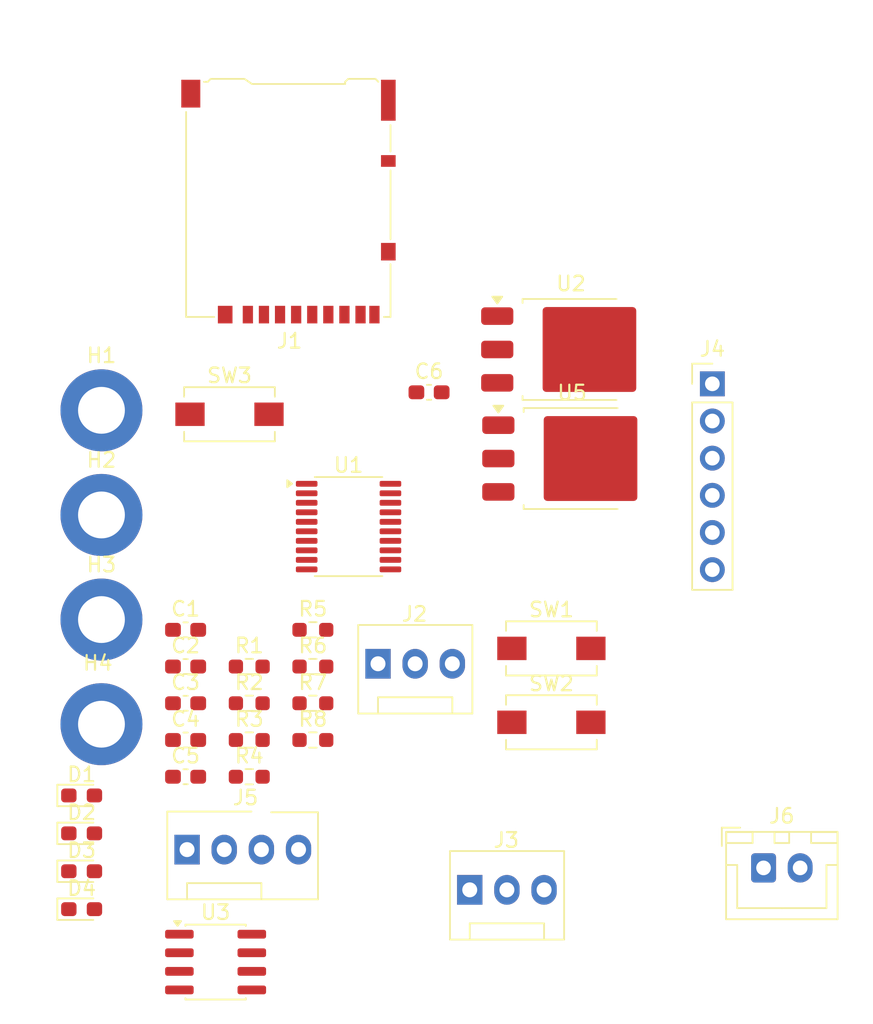
<source format=kicad_pcb>
(kicad_pcb (version 20241229) (generator "pcbnew") (generator_version "9.0")
  (layers (0 "F.Cu" signal) (2 "B.Cu" signal) (13 "F.Paste" user) (15 "B.Paste" user) (5 "F.SilkS" user "F.Silkscreen") (7 "B.SilkS" user "B.Silkscreen") (1 "F.Mask" user) (3 "B.Mask" user) (25 "Edge.Cuts" user))
  (net 0 "")
  (net 1 "GND")
  (net 2 "+3.3V")
  (net 3 "Alimentation")
  (net 4 "NRST")
  (net 5 "5V")
  (net 6 "Net-(D1-K)")
  (net 7 "LED_Status_1")
  (net 8 "Net-(D2-K)")
  (net 9 "LED_Status_2")
  (net 10 "Net-(D3-K)")
  (net 11 "Net-(D4-K)")
  (net 15 "SD_SPI1_MOSI")
  (net 16 "SD_CS")
  (net 17 "SD_SPI1_MISO")
  (net 18 "SD_SPI1_SCK")
  (net 19 "CAN_L")
  (net 20 "CAN_H")
  (net 21 "Debug_SWDIO")
  (net 22 "Debug_SWCLK")
  (net 24 "USART2_RX")
  (net 25 "USART2_TX")
  (net 26 "Net-(J6-Pin_1)")
  (net 27 "Test_PB")
  (net 29 "CAN_RX")
  (net 31 "CAN_TX")
  (footprint "Resistor_SMD:R_0603_1608Metric_Pad0.98x0.95mm_HandSolder" (layer "F.Cu") (at 159.2 81.74)
    (property "Reference" "R6" (at 0 -1.43 0) (layer "F.SilkS"))
    (property "Value" "1k")
    (fp_line (start -0.254724 -0.5225) (end 0.254724 -0.5225) (stroke (width 0.12)) (layer "F.SilkS"))
    (fp_line (start -0.254724 0.5225) (end 0.254724 0.5225) (stroke (width 0.12)) (layer "F.SilkS"))
    (pad "1" smd roundrect (at -0.9125 0) (size 0.975 0.95) (layers "F.Cu" "F.Mask" "F.Paste") (net 10 "Net-(D3-K)"))
    (pad "2" smd roundrect (at 0.9125 0) (size 0.975 0.95) (layers "F.Cu" "F.Mask" "F.Paste") (net 1 "GND"))
  )
  (footprint "Diode_SMD:D_0603_1608Metric_Pad1.05x0.95mm_HandSolder" (layer "F.Cu") (at 143.395 95.73)
    (property "Reference" "D3" (at 0 -1.43 0) (layer "F.SilkS"))
    (property "Value" "LED")
    (fp_line (start -1.66 -0.735) (end -1.66 0.735) (stroke (width 0.12)) (layer "F.SilkS"))
    (fp_line (start -1.66 0.735) (end 0.8 0.735) (stroke (width 0.12)) (layer "F.SilkS"))
    (fp_line (start 0.8 -0.735) (end -1.66 -0.735) (stroke (width 0.12)) (layer "F.SilkS"))
    (pad "1" smd roundrect (at -0.875 0) (size 1.05 0.95) (layers "F.Cu" "F.Mask" "F.Paste") (net 10 "Net-(D3-K)"))
    (pad "2" smd roundrect (at 0.875 0) (size 1.05 0.95) (layers "F.Cu" "F.Mask" "F.Paste") (net 2 "+3.3V"))
  )
  (footprint "Connector:FanPinHeader_1x03_P2.54mm_Vertical" (layer "F.Cu") (at 163.65 81.55)
    (property "Reference" "J2" (at 2.5 -3.4 0) (layer "F.SilkS"))
    (property "Value" "Conn_01x03_Pin")
    (fp_line (start -1.35 -2.65) (end 6.45 -2.65) (stroke (width 0.12)) (layer "F.SilkS"))
    (fp_line (start -1.35 3.4) (end -1.35 -2.65) (stroke (width 0.12)) (layer "F.SilkS"))
    (fp_line (start 0 2.29) (end 5.08 2.29) (stroke (width 0.12)) (layer "F.SilkS"))
    (fp_line (start 0 3.3) (end 0 2.29) (stroke (width 0.12)) (layer "F.SilkS"))
    (fp_line (start 5.08 2.29) (end 5.08 3.3) (stroke (width 0.12)) (layer "F.SilkS"))
    (fp_line (start 6.45 -2.65) (end 6.45 3.4) (stroke (width 0.12)) (layer "F.SilkS"))
    (fp_line (start 6.45 3.4) (end -1.35 3.4) (stroke (width 0.12)) (layer "F.SilkS"))
    (pad "1" thru_hole rect (at 0 0 90) (size 2.03 1.73) (drill 1.02) (layers "*.Cu" "*.Mask") (net 20 "CAN_H"))
    (pad "2" thru_hole oval (at 2.54 0 90) (size 2.03 1.73) (drill 1.02) (layers "*.Cu" "*.Mask") (net 19 "CAN_L"))
    (pad "3" thru_hole oval (at 5.08 0 90) (size 2.03 1.73) (drill 1.02) (layers "*.Cu" "*.Mask") (net 1 "GND"))
  )
  (footprint "Capacitor_SMD:C_0603_1608Metric_Pad1.08x0.95mm_HandSolder" (layer "F.Cu") (at 167.1375 63)
    (property "Reference" "C6" (at 0 -1.43 0) (layer "F.SilkS"))
    (property "Value" "100nF")
    (fp_line (start -0.146267 -0.51) (end 0.146267 -0.51) (stroke (width 0.12)) (layer "F.SilkS"))
    (fp_line (start -0.146267 0.51) (end 0.146267 0.51) (stroke (width 0.12)) (layer "F.SilkS"))
    (pad "1" smd roundrect (at -0.8625 0) (size 1.075 0.95) (layers "F.Cu" "F.Mask" "F.Paste") (net 2 "+3.3V"))
    (pad "2" smd roundrect (at 0.8625 0) (size 1.075 0.95) (layers "F.Cu" "F.Mask" "F.Paste") (net 1 "GND"))
  )
  (footprint "Connector_PinHeader_2.54mm:PinHeader_1x06_P2.54mm_Vertical" (layer "F.Cu") (at 186.5 62.42)
    (property "Reference" "J4" (at 0 -2.38 0) (layer "F.SilkS"))
    (property "Value" "Conn_01x06_Pin")
    (fp_line (start -1.38 -1.38) (end 0 -1.38) (stroke (width 0.12)) (layer "F.SilkS"))
    (fp_line (start -1.38 0) (end -1.38 -1.38) (stroke (width 0.12)) (layer "F.SilkS"))
    (fp_line (start -1.38 1.27) (end -1.38 14.08) (stroke (width 0.12)) (layer "F.SilkS"))
    (fp_line (start -1.38 1.27) (end 1.38 1.27) (stroke (width 0.12)) (layer "F.SilkS"))
    (fp_line (start -1.38 14.08) (end 1.38 14.08) (stroke (width 0.12)) (layer "F.SilkS"))
    (fp_line (start 1.38 1.27) (end 1.38 14.08) (stroke (width 0.12)) (layer "F.SilkS"))
    (pad "1" thru_hole rect (at 0 0) (size 1.7 1.7) (drill 1) (layers "*.Cu" "*.Mask") (net 2 "+3.3V"))
    (pad "2" thru_hole circle (at 0 2.54) (size 1.7 1.7) (drill 1) (layers "*.Cu" "*.Mask") (net 22 "Debug_SWCLK"))
    (pad "3" thru_hole circle (at 0 5.08) (size 1.7 1.7) (drill 1) (layers "*.Cu" "*.Mask") (net 1 "GND"))
    (pad "4" thru_hole circle (at 0 7.62) (size 1.7 1.7) (drill 1) (layers "*.Cu" "*.Mask") (net 21 "Debug_SWDIO"))
    (pad "5" thru_hole circle (at 0 10.16) (size 1.7 1.7) (drill 1) (layers "*.Cu" "*.Mask") (net 4 "NRST"))
    (pad "6" thru_hole circle (at 0 12.7) (size 1.7 1.7) (drill 1) (layers "*.Cu" "*.Mask"))
  )
  (footprint "Button_Switch_SMD:SW_SPST_EVQPE1" (layer "F.Cu") (at 153.5 64.5)
    (property "Reference" "SW3" (at 0 -2.65 0) (layer "F.SilkS"))
    (property "Value" "SW_Push")
    (fp_line (start -3.1 -1.85) (end -3.1 -1.2) (stroke (width 0.12)) (layer "F.SilkS"))
    (fp_line (start -3.1 1.2) (end -3.1 1.85) (stroke (width 0.12)) (layer "F.SilkS"))
    (fp_line (start -3.1 1.85) (end 3.1 1.85) (stroke (width 0.12)) (layer "F.SilkS"))
    (fp_line (start 3.1 -1.85) (end -3.1 -1.85) (stroke (width 0.12)) (layer "F.SilkS"))
    (fp_line (start 3.1 -1.85) (end 3.1 -1.2) (stroke (width 0.12)) (layer "F.SilkS"))
    (fp_line (start 3.1 1.85) (end 3.1 1.2) (stroke (width 0.12)) (layer "F.SilkS"))
    (pad "1" smd rect (at -2.7 0) (size 2 1.6) (layers "F.Cu" "F.Mask" "F.Paste") (net 1 "GND"))
    (pad "2" smd rect (at 2.7 0) (size 2 1.6) (layers "F.Cu" "F.Mask" "F.Paste") (net 27 "Test_PB"))
  )
  (footprint "Package_TO_SOT_SMD:TO-252-3_TabPin2" (layer "F.Cu") (at 176.84 60.0725)
    (property "Reference" "U2" (at 0 -4.5 0) (layer "F.SilkS"))
    (property "Value" "LM1117DT-3.3")
    (fp_line (start -3.31 -3.45) (end -3.31 -3.18) (stroke (width 0.12)) (layer "F.SilkS"))
    (fp_line (start -3.31 3.45) (end -3.31 3.18) (stroke (width 0.12)) (layer "F.SilkS"))
    (fp_line (start 3.11 -3.45) (end -3.31 -3.45) (stroke (width 0.12)) (layer "F.SilkS"))
    (fp_line (start 3.11 3.45) (end -3.31 3.45) (stroke (width 0.12)) (layer "F.SilkS"))
    (fp_poly (pts (xy -5.04 -3.14) (xy -5.38 -3.61) (xy -4.7 -3.61)) (stroke (width 0.12)) (fill yes) (layer "F.SilkS"))
    (pad "1" smd roundrect (at -5.04 -2.28) (size 2.2 1.2) (layers "F.Cu" "F.Mask" "F.Paste") (roundrect_rratio 0.208333) (net 1 "GND"))
    (pad "2" smd roundrect (at -5.04 0) (size 2.2 1.2) (layers "F.Cu" "F.Mask" "F.Paste") (roundrect_rratio 0.208333) (net 2 "+3.3V"))
    (pad "2" smd roundrect (at 1.26 0) (size 6.4 5.8) (layers "F.Cu" "F.Mask") (roundrect_rratio 0.043103) (net 2 "+3.3V"))
    (pad "3" smd roundrect (at -5.04 2.28) (size 2.2 1.2) (layers "F.Cu" "F.Mask" "F.Paste") (roundrect_rratio 0.208333) (net 3 "Alimentation"))
  )
  (footprint "Resistor_SMD:R_0603_1608Metric_Pad0.98x0.95mm_HandSolder" (layer "F.Cu") (at 154.85 84.25)
    (property "Reference" "R2" (at 0 -1.43 0) (layer "F.SilkS"))
    (property "Value" "1k")
    (fp_line (start -0.254724 -0.5225) (end 0.254724 -0.5225) (stroke (width 0.12)) (layer "F.SilkS"))
    (fp_line (start -0.254724 0.5225) (end 0.254724 0.5225) (stroke (width 0.12)) (layer "F.SilkS"))
    (pad "1" smd roundrect (at -0.9125 0) (size 0.975 0.95) (layers "F.Cu" "F.Mask" "F.Paste") (net 8 "Net-(D2-K)"))
    (pad "2" smd roundrect (at 0.9125 0) (size 0.975 0.95) (layers "F.Cu" "F.Mask" "F.Paste") (net 1 "GND"))
  )
  (footprint "Connector:FanPinHeader_1x04_P2.54mm_Vertical" (layer "F.Cu") (at 150.6 94.25)
    (property "Reference" "J5" (at 4 -3.55 0) (layer "F.SilkS"))
    (property "Value" "Conn_01x04_Pin")
    (fp_line (start -1.35 -2.6) (end 4.4 -2.6) (stroke (width 0.12)) (layer "F.SilkS"))
    (fp_line (start -1.35 3.4) (end -1.35 -2.6) (stroke (width 0.12)) (layer "F.SilkS"))
    (fp_line (start 0 2.29) (end 5.08 2.29) (stroke (width 0.12)) (layer "F.SilkS"))
    (fp_line (start 0 3.3) (end 0 2.29) (stroke (width 0.12)) (layer "F.SilkS"))
    (fp_line (start 5.08 2.29) (end 5.08 3.3) (stroke (width 0.12)) (layer "F.SilkS"))
    (fp_line (start 5.75 -2.55) (end 8.95 -2.55) (stroke (width 0.12)) (layer "F.SilkS"))
    (fp_line (start 8.95 -2.55) (end 8.95 3.4) (stroke (width 0.12)) (layer "F.SilkS"))
    (fp_line (start 8.95 3.4) (end -1.35 3.4) (stroke (width 0.12)) (layer "F.SilkS"))
    (pad "" np_thru_hole circle (at 5.08 -2.16 90) (size 1.1 1.1) (drill 1.1) (layers "*.Cu" "*.Mask"))
    (pad "1" thru_hole rect (at 0 0 90) (size 2.03 1.73) (drill 1.02) (layers "*.Cu" "*.Mask") (net 24 "USART2_RX"))
    (pad "2" thru_hole oval (at 2.54 0 90) (size 2.03 1.73) (drill 1.02) (layers "*.Cu" "*.Mask") (net 25 "USART2_TX"))
    (pad "3" thru_hole oval (at 5.08 0 90) (size 2.03 1.73) (drill 1.02) (layers "*.Cu" "*.Mask") (net 1 "GND"))
    (pad "4" thru_hole oval (at 7.62 0 90) (size 2.03 1.73) (drill 1.02) (layers "*.Cu" "*.Mask") (net 2 "+3.3V"))
  )
  (footprint "Resistor_SMD:R_0603_1608Metric_Pad0.98x0.95mm_HandSolder" (layer "F.Cu") (at 159.2 86.76)
    (property "Reference" "R8" (at 0 -1.43 0) (layer "F.SilkS"))
    (property "Value" "1k")
    (fp_line (start -0.254724 -0.5225) (end 0.254724 -0.5225) (stroke (width 0.12)) (layer "F.SilkS"))
    (fp_line (start -0.254724 0.5225) (end 0.254724 0.5225) (stroke (width 0.12)) (layer "F.SilkS"))
    (pad "1" smd roundrect (at -0.9125 0) (size 0.975 0.95) (layers "F.Cu" "F.Mask" "F.Paste") (net 11 "Net-(D4-K)"))
    (pad "2" smd roundrect (at 0.9125 0) (size 0.975 0.95) (layers "F.Cu" "F.Mask" "F.Paste") (net 1 "GND"))
  )
  (footprint "Capacitor_SMD:C_0603_1608Metric_Pad1.08x0.95mm_HandSolder" (layer "F.Cu") (at 150.5 79.23)
    (property "Reference" "C1" (at 0 -1.43 0) (layer "F.SilkS"))
    (property "Value" "10µF")
    (fp_line (start -0.146267 -0.51) (end 0.146267 -0.51) (stroke (width 0.12)) (layer "F.SilkS"))
    (fp_line (start -0.146267 0.51) (end 0.146267 0.51) (stroke (width 0.12)) (layer "F.SilkS"))
    (pad "1" smd roundrect (at -0.8625 0) (size 1.075 0.95) (layers "F.Cu" "F.Mask" "F.Paste") (net 2 "+3.3V"))
    (pad "2" smd roundrect (at 0.8625 0) (size 1.075 0.95) (layers "F.Cu" "F.Mask" "F.Paste") (net 1 "GND"))
  )
  (footprint "Connector:FanPinHeader_1x03_P2.54mm_Vertical" (layer "F.Cu") (at 169.92 97)
    (property "Reference" "J3" (at 2.5 -3.4 0) (layer "F.SilkS"))
    (property "Value" "Conn_01x03_Pin")
    (fp_line (start -1.35 -2.65) (end 6.45 -2.65) (stroke (width 0.12)) (layer "F.SilkS"))
    (fp_line (start -1.35 3.4) (end -1.35 -2.65) (stroke (width 0.12)) (layer "F.SilkS"))
    (fp_line (start 0 2.29) (end 5.08 2.29) (stroke (width 0.12)) (layer "F.SilkS"))
    (fp_line (start 0 3.3) (end 0 2.29) (stroke (width 0.12)) (layer "F.SilkS"))
    (fp_line (start 5.08 2.29) (end 5.08 3.3) (stroke (width 0.12)) (layer "F.SilkS"))
    (fp_line (start 6.45 -2.65) (end 6.45 3.4) (stroke (width 0.12)) (layer "F.SilkS"))
    (fp_line (start 6.45 3.4) (end -1.35 3.4) (stroke (width 0.12)) (layer "F.SilkS"))
    (pad "1" thru_hole rect (at 0 0 90) (size 2.03 1.73) (drill 1.02) (layers "*.Cu" "*.Mask") (net 20 "CAN_H"))
    (pad "2" thru_hole oval (at 2.54 0 90) (size 2.03 1.73) (drill 1.02) (layers "*.Cu" "*.Mask") (net 19 "CAN_L"))
    (pad "3" thru_hole oval (at 5.08 0 90) (size 2.03 1.73) (drill 1.02) (layers "*.Cu" "*.Mask") (net 1 "GND"))
  )
  (footprint "Resistor_SMD:R_0603_1608Metric_Pad0.98x0.95mm_HandSolder" (layer "F.Cu") (at 159.2 84.25)
    (property "Reference" "R7" (at 0 -1.43 0) (layer "F.SilkS"))
    (property "Value" "120")
    (fp_line (start -0.254724 -0.5225) (end 0.254724 -0.5225) (stroke (width 0.12)) (layer "F.SilkS"))
    (fp_line (start -0.254724 0.5225) (end 0.254724 0.5225) (stroke (width 0.12)) (layer "F.SilkS"))
    (pad "1" smd roundrect (at -0.9125 0) (size 0.975 0.95) (layers "F.Cu" "F.Mask" "F.Paste") (net 20 "CAN_H"))
    (pad "2" smd roundrect (at 0.9125 0) (size 0.975 0.95) (layers "F.Cu" "F.Mask" "F.Paste") (net 19 "CAN_L"))
  )
  (footprint "Diode_SMD:D_0603_1608Metric_Pad1.05x0.95mm_HandSolder" (layer "F.Cu") (at 143.395 90.55)
    (property "Reference" "D1" (at 0 -1.43 0) (layer "F.SilkS"))
    (property "Value" "LED")
    (fp_line (start -1.66 -0.735) (end -1.66 0.735) (stroke (width 0.12)) (layer "F.SilkS"))
    (fp_line (start -1.66 0.735) (end 0.8 0.735) (stroke (width 0.12)) (layer "F.SilkS"))
    (fp_line (start 0.8 -0.735) (end -1.66 -0.735) (stroke (width 0.12)) (layer "F.SilkS"))
    (pad "1" smd roundrect (at -0.875 0) (size 1.05 0.95) (layers "F.Cu" "F.Mask" "F.Paste") (net 6 "Net-(D1-K)"))
    (pad "2" smd roundrect (at 0.875 0) (size 1.05 0.95) (layers "F.Cu" "F.Mask" "F.Paste") (net 7 "LED_Status_1"))
  )
  (footprint "Capacitor_SMD:C_0603_1608Metric_Pad1.08x0.95mm_HandSolder" (layer "F.Cu") (at 150.5 81.74)
    (property "Reference" "C2" (at 0 -1.43 0) (layer "F.SilkS"))
    (property "Value" "10µF")
    (fp_line (start -0.146267 -0.51) (end 0.146267 -0.51) (stroke (width 0.12)) (layer "F.SilkS"))
    (fp_line (start -0.146267 0.51) (end 0.146267 0.51) (stroke (width 0.12)) (layer "F.SilkS"))
    (pad "1" smd roundrect (at -0.8625 0) (size 1.075 0.95) (layers "F.Cu" "F.Mask" "F.Paste") (net 3 "Alimentation"))
    (pad "2" smd roundrect (at 0.8625 0) (size 1.075 0.95) (layers "F.Cu" "F.Mask" "F.Paste") (net 1 "GND"))
  )
  (footprint "MountingHole:MountingHole_3.2mm_M3_DIN965_Pad" (layer "F.Cu") (at 144.75 71.38)
    (property "Reference" "H2" (at 0 -3.75 0) (layer "F.SilkS"))
    (property "Value" "MountingHole_Pad")
    (pad "1" thru_hole circle (at 0 0) (size 5.6 5.6) (drill 3.2) (layers "*.Cu" "*.Mask") (net 1 "GND"))
  )
  (footprint "Connector_JST:JST_XH_B2B-XH-A_1x02_P2.50mm_Vertical" (layer "F.Cu") (at 190 95.5)
    (property "Reference" "J6" (at 1.25 -3.55 0) (layer "F.SilkS"))
    (property "Value" "Conn_01x02_Pin")
    (fp_line (start -2.85 -2.75) (end -2.85 -1.5) (stroke (width 0.12)) (layer "F.SilkS"))
    (fp_line (start -2.56 -2.46) (end -2.56 3.51) (stroke (width 0.12)) (layer "F.SilkS"))
    (fp_line (start -2.56 3.51) (end 5.06 3.51) (stroke (width 0.12)) (layer "F.SilkS"))
    (fp_line (start -2.55 -2.45) (end -2.55 -1.7) (stroke (width 0.12)) (layer "F.SilkS"))
    (fp_line (start -2.55 -1.7) (end -0.75 -1.7) (stroke (width 0.12)) (layer "F.SilkS"))
    (fp_line (start -2.55 -0.2) (end -1.8 -0.2) (stroke (width 0.12)) (layer "F.SilkS"))
    (fp_line (start -1.8 -0.2) (end -1.8 2.75) (stroke (width 0.12)) (layer "F.SilkS"))
    (fp_line (start -1.8 2.75) (end 1.25 2.75) (stroke (width 0.12)) (layer "F.SilkS"))
    (fp_line (start -1.6 -2.75) (end -2.85 -2.75) (stroke (width 0.12)) (layer "F.SilkS"))
    (fp_line (start -0.75 -2.45) (end -2.55 -2.45) (stroke (width 0.12)) (layer "F.SilkS"))
    (fp_line (start -0.75 -1.7) (end -0.75 -2.45) (stroke (width 0.12)) (layer "F.SilkS"))
    (fp_line (start 0.75 -2.45) (end 0.75 -1.7) (stroke (width 0.12)) (layer "F.SilkS"))
    (fp_line (start 0.75 -1.7) (end 1.75 -1.7) (stroke (width 0.12)) (layer "F.SilkS"))
    (fp_line (start 1.75 -2.45) (end 0.75 -2.45) (stroke (width 0.12)) (layer "F.SilkS"))
    (fp_line (start 1.75 -1.7) (end 1.75 -2.45) (stroke (width 0.12)) (layer "F.SilkS"))
    (fp_line (start 3.25 -2.45) (end 3.25 -1.7) (stroke (width 0.12)) (layer "F.SilkS"))
    (fp_line (start 3.25 -1.7) (end 5.05 -1.7) (stroke (width 0.12)) (layer "F.SilkS"))
    (fp_line (start 4.3 -0.2) (end 4.3 2.75) (stroke (width 0.12)) (layer "F.SilkS"))
    (fp_line (start 4.3 2.75) (end 1.25 2.75) (stroke (width 0.12)) (layer "F.SilkS"))
    (fp_line (start 5.05 -2.45) (end 3.25 -2.45) (stroke (width 0.12)) (layer "F.SilkS"))
    (fp_line (start 5.05 -1.7) (end 5.05 -2.45) (stroke (width 0.12)) (layer "F.SilkS"))
    (fp_line (start 5.05 -0.2) (end 4.3 -0.2) (stroke (width 0.12)) (layer "F.SilkS"))
    (fp_line (start 5.06 -2.46) (end -2.56 -2.46) (stroke (width 0.12)) (layer "F.SilkS"))
    (fp_line (start 5.06 3.51) (end 5.06 -2.46) (stroke (width 0.12)) (layer "F.SilkS"))
    (pad "1" thru_hole roundrect (at 0 0) (size 1.7 2) (drill 1) (layers "*.Cu" "*.Mask") (roundrect_rratio 0.147059) (net 26 "Net-(J6-Pin_1)"))
    (pad "2" thru_hole oval (at 2.5 0) (size 1.7 2) (drill 1) (layers "*.Cu" "*.Mask") (net 1 "GND"))
  )
  (footprint "Resistor_SMD:R_0603_1608Metric_Pad0.98x0.95mm_HandSolder" (layer "F.Cu") (at 159.2 79.23)
    (property "Reference" "R5" (at 0 -1.43 0) (layer "F.SilkS"))
    (property "Value" "10k")
    (fp_line (start -0.254724 -0.5225) (end 0.254724 -0.5225) (stroke (width 0.12)) (layer "F.SilkS"))
    (fp_line (start -0.254724 0.5225) (end 0.254724 0.5225) (stroke (width 0.12)) (layer "F.SilkS"))
    (pad "1" smd roundrect (at -0.9125 0) (size 0.975 0.95) (layers "F.Cu" "F.Mask" "F.Paste") (net 17 "SD_SPI1_MISO"))
    (pad "2" smd roundrect (at 0.9125 0) (size 0.975 0.95) (layers "F.Cu" "F.Mask" "F.Paste") (net 2 "+3.3V"))
  )
  (footprint "MountingHole:MountingHole_3.2mm_M3_DIN965_Pad" (layer "F.Cu") (at 144.75 64.23)
    (property "Reference" "H1" (at 0 -3.75 0) (layer "F.SilkS"))
    (property "Value" "MountingHole_Pad")
    (pad "1" thru_hole circle (at 0 0) (size 5.6 5.6) (drill 3.2) (layers "*.Cu" "*.Mask") (net 1 "GND"))
  )
  (footprint "Package_SO:TSSOP-20_4.4x6.5mm_P0.65mm" (layer "F.Cu") (at 161.6375 72.175)
    (property "Reference" "U1" (at 0 -4.2 0) (layer "F.SilkS"))
    (property "Value" "STM32F042F6Px")
    (fp_line (start -2.31 -3.385) (end 2.31 -3.385) (stroke (width 0.12)) (layer "F.SilkS"))
    (fp_line (start 2.31 3.385) (end -2.31 3.385) (stroke (width 0.12)) (layer "F.SilkS"))
    (fp_poly (pts (xy -3.86 -2.93) (xy -4.19 -2.69) (xy -4.19 -3.17)) (stroke (width 0.12)) (fill yes) (layer "F.SilkS"))
    (pad "1" smd roundrect (at -2.8625 -2.925) (size 1.475 0.4) (layers "F.Cu" "F.Mask" "F.Paste") (net 27 "Test_PB"))
    (pad "2" smd roundrect (at -2.8625 -2.275) (size 1.475 0.4) (layers "F.Cu" "F.Mask" "F.Paste") (net 7 "LED_Status_1"))
    (pad "3" smd roundrect (at -2.8625 -1.625) (size 1.475 0.4) (layers "F.Cu" "F.Mask" "F.Paste") (net 9 "LED_Status_2"))
    (pad "4" smd roundrect (at -2.8625 -0.975) (size 1.475 0.4) (layers "F.Cu" "F.Mask" "F.Paste") (net 4 "NRST"))
    (pad "5" smd roundrect (at -2.8625 -0.325) (size 1.475 0.4) (layers "F.Cu" "F.Mask" "F.Paste") (net 2 "+3.3V"))
    (pad "6" smd roundrect (at -2.8625 0.325) (size 1.475 0.4) (layers "F.Cu" "F.Mask" "F.Paste"))
    (pad "7" smd roundrect (at -2.8625 0.975) (size 1.475 0.4) (layers "F.Cu" "F.Mask" "F.Paste"))
    (pad "8" smd roundrect (at -2.8625 1.625) (size 1.475 0.4) (layers "F.Cu" "F.Mask" "F.Paste") (net 25 "USART2_TX"))
    (pad "9" smd roundrect (at -2.8625 2.275) (size 1.475 0.4) (layers "F.Cu" "F.Mask" "F.Paste") (net 24 "USART2_RX"))
    (pad "10" smd roundrect (at -2.8625 2.925) (size 1.475 0.4) (layers "F.Cu" "F.Mask" "F.Paste") (net 16 "SD_CS"))
    (pad "11" smd roundrect (at 2.8625 2.925) (size 1.475 0.4) (layers "F.Cu" "F.Mask" "F.Paste") (net 18 "SD_SPI1_SCK"))
    (pad "12" smd roundrect (at 2.8625 2.275) (size 1.475 0.4) (layers "F.Cu" "F.Mask" "F.Paste") (net 17 "SD_SPI1_MISO"))
    (pad "13" smd roundrect (at 2.8625 1.625) (size 1.475 0.4) (layers "F.Cu" "F.Mask" "F.Paste") (net 15 "SD_SPI1_MOSI"))
    (pad "14" smd roundrect (at 2.8625 0.975) (size 1.475 0.4) (layers "F.Cu" "F.Mask" "F.Paste"))
    (pad "15" smd roundrect (at 2.8625 0.325) (size 1.475 0.4) (layers "F.Cu" "F.Mask" "F.Paste") (net 1 "GND"))
    (pad "16" smd roundrect (at 2.8625 -0.325) (size 1.475 0.4) (layers "F.Cu" "F.Mask" "F.Paste") (net 2 "+3.3V"))
    (pad "17" smd roundrect (at 2.8625 -0.975) (size 1.475 0.4) (layers "F.Cu" "F.Mask" "F.Paste") (net 29 "CAN_RX"))
    (pad "18" smd roundrect (at 2.8625 -1.625) (size 1.475 0.4) (layers "F.Cu" "F.Mask" "F.Paste") (net 31 "CAN_TX"))
    (pad "19" smd roundrect (at 2.8625 -2.275) (size 1.475 0.4) (layers "F.Cu" "F.Mask" "F.Paste") (net 22 "Debug_SWCLK"))
    (pad "20" smd roundrect (at 2.8625 -2.925) (size 1.475 0.4) (layers "F.Cu" "F.Mask" "F.Paste") (net 21 "Debug_SWDIO"))
  )
  (footprint "Capacitor_SMD:C_0603_1608Metric_Pad1.08x0.95mm_HandSolder" (layer "F.Cu") (at 150.5 86.76)
    (property "Reference" "C4" (at 0 -1.43 0) (layer "F.SilkS"))
    (property "Value" "10µF")
    (fp_line (start -0.146267 -0.51) (end 0.146267 -0.51) (stroke (width 0.12)) (layer "F.SilkS"))
    (fp_line (start -0.146267 0.51) (end 0.146267 0.51) (stroke (width 0.12)) (layer "F.SilkS"))
    (pad "1" smd roundrect (at -0.8625 0) (size 1.075 0.95) (layers "F.Cu" "F.Mask" "F.Paste") (net 3 "Alimentation"))
    (pad "2" smd roundrect (at 0.8625 0) (size 1.075 0.95) (layers "F.Cu" "F.Mask" "F.Paste") (net 1 "GND"))
  )
  (footprint "Connector_Card:microSD_HC_Hirose_DM3AT-SF-PEJM5" (layer "F.Cu") (at 157.53 49.965 180)
    (property "Reference" "J1" (at -0.075 -9.525 0) (layer "F.SilkS"))
    (property "Value" "Micro_SD_Card")
    (fp_line (start 6.995 -7.885) (end 6.995 6.125) (stroke (width 0.12)) (layer "F.SilkS"))
    (fp_line (start 5.515 8.185) (end 5.775 8.185) (stroke (width 0.12)) (layer "F.SilkS"))
    (fp_line (start 5.315 8.385) (end 5.515 8.185) (stroke (width 0.12)) (layer "F.SilkS"))
    (fp_line (start 5.315 8.385) (end 3.005 8.385) (stroke (width 0.12)) (layer "F.SilkS"))
    (fp_line (start 5.075 -7.885) (end 6.995 -7.885) (stroke (width 0.12)) (layer "F.SilkS"))
    (fp_line (start 3.005 8.385) (end 2.495 8.035) (stroke (width 0.12)) (layer "F.SilkS"))
    (fp_line (start -3.875 8.035) (end 2.495 8.035) (stroke (width 0.12)) (layer "F.SilkS"))
    (fp_line (start -3.875 8.035) (end -3.875 8.185) (stroke (width 0.12)) (layer "F.SilkS"))
    (fp_line (start -4.085 8.385) (end -3.875 8.185) (stroke (width 0.12)) (layer "F.SilkS"))
    (fp_line (start -5.945 8.385) (end -4.085 8.385) (stroke (width 0.12)) (layer "F.SilkS"))
    (fp_line (start -5.945 8.385) (end -6.145 8.185) (stroke (width 0.12)) (layer "F.SilkS"))
    (fp_line (start -6.525 -7.885) (end -6.975 -7.885) (stroke (width 0.12)) (layer "F.SilkS"))
    (fp_line (start -6.975 3.425) (end -6.975 5.225) (stroke (width 0.12)) (layer "F.SilkS"))
    (fp_line (start -6.975 -2.575) (end -6.975 2.125) (stroke (width 0.12)) (layer "F.SilkS"))
    (fp_line (start -6.975 -7.885) (end -6.975 -4.275) (stroke (width 0.12)) (layer "F.SilkS"))
    (pad "1" smd rect (at 2.775 -7.725 180) (size 0.7 1.2) (layers "F.Cu" "F.Mask" "F.Paste"))
    (pad "2" smd rect (at 1.675 -7.725 180) (size 0.7 1.2) (layers "F.Cu" "F.Mask" "F.Paste") (net 16 "SD_CS"))
    (pad "3" smd rect (at 0.575 -7.725 180) (size 0.7 1.2) (layers "F.Cu" "F.Mask" "F.Paste") (net 15 "SD_SPI1_MOSI"))
    (pad "4" smd rect (at -0.525 -7.725 180) (size 0.7 1.2) (layers "F.Cu" "F.Mask" "F.Paste") (net 2 "+3.3V"))
    (pad "5" smd rect (at -1.625 -7.725 180) (size 0.7 1.2) (layers "F.Cu" "F.Mask" "F.Paste") (net 18 "SD_SPI1_SCK"))
    (pad "6" smd rect (at -2.725 -7.725 180) (size 0.7 1.2) (layers "F.Cu" "F.Mask" "F.Paste") (net 1 "GND"))
    (pad "7" smd rect (at -3.825 -7.725 180) (size 0.7 1.2) (layers "F.Cu" "F.Mask" "F.Paste") (net 17 "SD_SPI1_MISO"))
    (pad "8" smd rect (at -4.925 -7.725 180) (size 0.7 1.2) (layers "F.Cu" "F.Mask" "F.Paste"))
    (pad "9" smd rect (at -5.875 -7.725 180) (size 0.7 1.2) (layers "F.Cu" "F.Mask" "F.Paste") (net 1 "GND"))
    (pad "10" smd rect (at -6.825 2.775 180) (size 1 0.8) (layers "F.Cu" "F.Mask" "F.Paste"))
    (pad "11" smd rect (at -6.825 -3.425 180) (size 1 1.2) (layers "F.Cu" "F.Mask" "F.Paste"))
    (pad "11" smd rect (at -6.825 6.925 180) (size 1 2.8) (layers "F.Cu" "F.Mask" "F.Paste"))
    (pad "11" smd rect (at 4.325 -7.725 180) (size 1 1.2) (layers "F.Cu" "F.Mask" "F.Paste"))
    (pad "11" smd rect (at 6.675 7.375 180) (size 1.3 1.9) (layers "F.Cu" "F.Mask" "F.Paste"))
  )
  (footprint "Diode_SMD:D_0603_1608Metric_Pad1.05x0.95mm_HandSolder" (layer "F.Cu") (at 143.395 93.14)
    (property "Reference" "D2" (at 0 -1.43 0) (layer "F.SilkS"))
    (property "Value" "LED")
    (fp_line (start -1.66 -0.735) (end -1.66 0.735) (stroke (width 0.12)) (layer "F.SilkS"))
    (fp_line (start -1.66 0.735) (end 0.8 0.735) (stroke (width 0.12)) (layer "F.SilkS"))
    (fp_line (start 0.8 -0.735) (end -1.66 -0.735) (stroke (width 0.12)) (layer "F.SilkS"))
    (pad "1" smd roundrect (at -0.875 0) (size 1.05 0.95) (layers "F.Cu" "F.Mask" "F.Paste") (net 8 "Net-(D2-K)"))
    (pad "2" smd roundrect (at 0.875 0) (size 1.05 0.95) (layers "F.Cu" "F.Mask" "F.Paste") (net 9 "LED_Status_2"))
  )
  (footprint "Button_Switch_SMD:SW_SPST_EVQPE1" (layer "F.Cu") (at 175.5 80.5)
    (property "Reference" "SW1" (at 0 -2.65 0) (layer "F.SilkS"))
    (property "Value" "SW_Push")
    (fp_line (start -3.1 -1.85) (end -3.1 -1.2) (stroke (width 0.12)) (layer "F.SilkS"))
    (fp_line (start -3.1 1.2) (end -3.1 1.85) (stroke (width 0.12)) (layer "F.SilkS"))
    (fp_line (start -3.1 1.85) (end 3.1 1.85) (stroke (width 0.12)) (layer "F.SilkS"))
    (fp_line (start 3.1 -1.85) (end -3.1 -1.85) (stroke (width 0.12)) (layer "F.SilkS"))
    (fp_line (start 3.1 -1.85) (end 3.1 -1.2) (stroke (width 0.12)) (layer "F.SilkS"))
    (fp_line (start 3.1 1.85) (end 3.1 1.2) (stroke (width 0.12)) (layer "F.SilkS"))
    (pad "1" smd rect (at -2.7 0) (size 2 1.6) (layers "F.Cu" "F.Mask" "F.Paste") (net 1 "GND"))
    (pad "2" smd rect (at 2.7 0) (size 2 1.6) (layers "F.Cu" "F.Mask" "F.Paste") (net 4 "NRST"))
  )
  (footprint "MountingHole:MountingHole_3.2mm_M3_DIN965_Pad" (layer "F.Cu") (at 144.75 78.53)
    (property "Reference" "H3" (at 0 -3.75 0) (layer "F.SilkS"))
    (property "Value" "MountingHole_Pad")
    (pad "1" thru_hole circle (at 0 0) (size 5.6 5.6) (drill 3.2) (layers "*.Cu" "*.Mask") (net 1 "GND"))
  )
  (footprint "Resistor_SMD:R_0603_1608Metric_Pad0.98x0.95mm_HandSolder" (layer "F.Cu") (at 154.85 81.74)
    (property "Reference" "R1" (at 0 -1.43 0) (layer "F.SilkS"))
    (property "Value" "1k")
    (fp_line (start -0.254724 -0.5225) (end 0.254724 -0.5225) (stroke (width 0.12)) (layer "F.SilkS"))
    (fp_line (start -0.254724 0.5225) (end 0.254724 0.5225) (stroke (width 0.12)) (layer "F.SilkS"))
    (pad "1" smd roundrect (at -0.9125 0) (size 0.975 0.95) (layers "F.Cu" "F.Mask" "F.Paste") (net 6 "Net-(D1-K)"))
    (pad "2" smd roundrect (at 0.9125 0) (size 0.975 0.95) (layers "F.Cu" "F.Mask" "F.Paste") (net 1 "GND"))
  )
  (footprint "Package_TO_SOT_SMD:TO-252-3_TabPin2" (layer "F.Cu") (at 176.915 67.525)
    (property "Reference" "U5" (at 0 -4.5 0) (layer "F.SilkS"))
    (property "Value" "LM1117DT-5.0")
    (fp_line (start -3.31 -3.45) (end -3.31 -3.18) (stroke (width 0.12)) (layer "F.SilkS"))
    (fp_line (start -3.31 3.45) (end -3.31 3.18) (stroke (width 0.12)) (layer "F.SilkS"))
    (fp_line (start 3.11 -3.45) (end -3.31 -3.45) (stroke (width 0.12)) (layer "F.SilkS"))
    (fp_line (start 3.11 3.45) (end -3.31 3.45) (stroke (width 0.12)) (layer "F.SilkS"))
    (fp_poly (pts (xy -5.04 -3.14) (xy -5.38 -3.61) (xy -4.7 -3.61)) (stroke (width 0.12)) (fill yes) (layer "F.SilkS"))
    (pad "1" smd roundrect (at -5.04 -2.28) (size 2.2 1.2) (layers "F.Cu" "F.Mask" "F.Paste") (roundrect_rratio 0.208333) (net 1 "GND"))
    (pad "2" smd roundrect (at -5.04 0) (size 2.2 1.2) (layers "F.Cu" "F.Mask" "F.Paste") (roundrect_rratio 0.208333) (net 5 "5V"))
    (pad "2" smd roundrect (at 1.26 0) (size 6.4 5.8) (layers "F.Cu" "F.Mask") (roundrect_rratio 0.043103) (net 5 "5V"))
    (pad "3" smd roundrect (at -5.04 2.28) (size 2.2 1.2) (layers "F.Cu" "F.Mask" "F.Paste") (roundrect_rratio 0.208333) (net 3 "Alimentation"))
  )
  (footprint "Package_SO:SOIC-8_3.9x4.9mm_P1.27mm" (layer "F.Cu") (at 152.55 101.935)
    (property "Reference" "U3" (at 0 -3.4 0) (layer "F.SilkS"))
    (property "Value" "MCP2562-E-SN")
    (fp_line (start -2.06 -2.56) (end 2.06 -2.56) (stroke (width 0.12)) (layer "F.SilkS"))
    (fp_line (start -2.06 -2.465) (end -2.06 -2.56) (stroke (width 0.12)) (layer "F.SilkS"))
    (fp_line (start -2.06 2.56) (end -2.06 2.465) (stroke (width 0.12)) (layer "F.SilkS"))
    (fp_line (start 2.06 -2.56) (end 2.06 -2.465) (stroke (width 0.12)) (layer "F.SilkS"))
    (fp_line (start 2.06 2.465) (end 2.06 2.56) (stroke (width 0.12)) (layer "F.SilkS"))
    (fp_line (start 2.06 2.56) (end -2.06 2.56) (stroke (width 0.12)) (layer "F.SilkS"))
    (fp_poly (pts (xy -2.6 -2.47) (xy -2.84 -2.8) (xy -2.36 -2.8)) (stroke (width 0.12)) (fill yes) (layer "F.SilkS"))
    (pad "1" smd roundrect (at -2.475 -1.905) (size 1.95 0.6) (layers "F.Cu" "F.Mask" "F.Paste") (net 31 "CAN_TX"))
    (pad "2" smd roundrect (at -2.475 -0.635) (size 1.95 0.6) (layers "F.Cu" "F.Mask" "F.Paste") (net 1 "GND"))
    (pad "3" smd roundrect (at -2.475 0.635) (size 1.95 0.6) (layers "F.Cu" "F.Mask" "F.Paste") (net 5 "5V"))
    (pad "4" smd roundrect (at -2.475 1.905) (size 1.95 0.6) (layers "F.Cu" "F.Mask" "F.Paste") (net 29 "CAN_RX"))
    (pad "5" smd roundrect (at 2.475 1.905) (size 1.95 0.6) (layers "F.Cu" "F.Mask" "F.Paste") (net 2 "+3.3V"))
    (pad "6" smd roundrect (at 2.475 0.635) (size 1.95 0.6) (layers "F.Cu" "F.Mask" "F.Paste") (net 19 "CAN_L"))
    (pad "7" smd roundrect (at 2.475 -0.635) (size 1.95 0.6) (layers "F.Cu" "F.Mask" "F.Paste") (net 20 "CAN_H"))
    (pad "8" smd roundrect (at 2.475 -1.905) (size 1.95 0.6) (layers "F.Cu" "F.Mask" "F.Paste") (net 1 "GND"))
  )
  (footprint "Button_Switch_SMD:SW_SPST_EVQPE1" (layer "F.Cu") (at 175.5 85.55)
    (property "Reference" "SW2" (at 0 -2.65 0) (layer "F.SilkS"))
    (property "Value" "SW_SPST")
    (fp_line (start -3.1 -1.85) (end -3.1 -1.2) (stroke (width 0.12)) (layer "F.SilkS"))
    (fp_line (start -3.1 1.2) (end -3.1 1.85) (stroke (width 0.12)) (layer "F.SilkS"))
    (fp_line (start -3.1 1.85) (end 3.1 1.85) (stroke (width 0.12)) (layer "F.SilkS"))
    (fp_line (start 3.1 -1.85) (end -3.1 -1.85) (stroke (width 0.12)) (layer "F.SilkS"))
    (fp_line (start 3.1 -1.85) (end 3.1 -1.2) (stroke (width 0.12)) (layer "F.SilkS"))
    (fp_line (start 3.1 1.85) (end 3.1 1.2) (stroke (width 0.12)) (layer "F.SilkS"))
    (pad "1" smd rect (at -2.7 0) (size 2 1.6) (layers "F.Cu" "F.Mask" "F.Paste") (net 26 "Net-(J6-Pin_1)"))
    (pad "2" smd rect (at 2.7 0) (size 2 1.6) (layers "F.Cu" "F.Mask" "F.Paste") (net 3 "Alimentation"))
  )
  (footprint "Capacitor_SMD:C_0603_1608Metric_Pad1.08x0.95mm_HandSolder" (layer "F.Cu") (at 150.5 84.25)
    (property "Reference" "C3" (at 0 -1.43 0) (layer "F.SilkS"))
    (property "Value" "1uF")
    (fp_line (start -0.146267 -0.51) (end 0.146267 -0.51) (stroke (width 0.12)) (layer "F.SilkS"))
    (fp_line (start -0.146267 0.51) (end 0.146267 0.51) (stroke (width 0.12)) (layer "F.SilkS"))
    (pad "1" smd roundrect (at -0.8625 0) (size 1.075 0.95) (layers "F.Cu" "F.Mask" "F.Paste") (net 1 "GND"))
    (pad "2" smd roundrect (at 0.8625 0) (size 1.075 0.95) (layers "F.Cu" "F.Mask" "F.Paste") (net 4 "NRST"))
  )
  (footprint "Diode_SMD:D_0603_1608Metric_Pad1.05x0.95mm_HandSolder" (layer "F.Cu") (at 143.395 98.32)
    (property "Reference" "D4" (at 0 -1.43 0) (layer "F.SilkS"))
    (property "Value" "LED")
    (fp_line (start -1.66 -0.735) (end -1.66 0.735) (stroke (width 0.12)) (layer "F.SilkS"))
    (fp_line (start -1.66 0.735) (end 0.8 0.735) (stroke (width 0.12)) (layer "F.SilkS"))
    (fp_line (start 0.8 -0.735) (end -1.66 -0.735) (stroke (width 0.12)) (layer "F.SilkS"))
    (pad "1" smd roundrect (at -0.875 0) (size 1.05 0.95) (layers "F.Cu" "F.Mask" "F.Paste") (net 11 "Net-(D4-K)"))
    (pad "2" smd roundrect (at 0.875 0) (size 1.05 0.95) (layers "F.Cu" "F.Mask" "F.Paste") (net 2 "+3.3V"))
  )
  (footprint "Resistor_SMD:R_0603_1608Metric_Pad0.98x0.95mm_HandSolder" (layer "F.Cu") (at 154.85 86.76)
    (property "Reference" "R3" (at 0 -1.43 0) (layer "F.SilkS"))
    (property "Value" "10k")
    (fp_line (start -0.254724 -0.5225) (end 0.254724 -0.5225) (stroke (width 0.12)) (layer "F.SilkS"))
    (fp_line (start -0.254724 0.5225) (end 0.254724 0.5225) (stroke (width 0.12)) (layer "F.SilkS"))
    (pad "1" smd roundrect (at -0.9125 0) (size 0.975 0.95) (layers "F.Cu" "F.Mask" "F.Paste") (net 15 "SD_SPI1_MOSI"))
    (pad "2" smd roundrect (at 0.9125 0) (size 0.975 0.95) (layers "F.Cu" "F.Mask" "F.Paste") (net 2 "+3.3V"))
  )
  (footprint "Capacitor_SMD:C_0603_1608Metric_Pad1.08x0.95mm_HandSolder" (layer "F.Cu") (at 150.5 89.27)
    (property "Reference" "C5" (at 0 -1.43 0) (layer "F.SilkS"))
    (property "Value" "10µF")
    (fp_line (start -0.146267 -0.51) (end 0.146267 -0.51) (stroke (width 0.12)) (layer "F.SilkS"))
    (fp_line (start -0.146267 0.51) (end 0.146267 0.51) (stroke (width 0.12)) (layer "F.SilkS"))
    (pad "1" smd roundrect (at -0.8625 0) (size 1.075 0.95) (layers "F.Cu" "F.Mask" "F.Paste") (net 5 "5V"))
    (pad "2" smd roundrect (at 0.8625 0) (size 1.075 0.95) (layers "F.Cu" "F.Mask" "F.Paste") (net 1 "GND"))
  )
  (footprint "MountingHole:MountingHole_3.2mm_M3_DIN965_Pad" (layer "F.Cu") (at 144.75 85.68)
    (property "Reference" "H4" (at -0.25 -4.18 0) (layer "F.SilkS"))
    (property "Value" "MountingHole_Pad")
    (pad "1" thru_hole circle (at 0 0) (size 5.6 5.6) (drill 3.2) (layers "*.Cu" "*.Mask") (net 1 "GND"))
  )
  (footprint "Resistor_SMD:R_0603_1608Metric_Pad0.98x0.95mm_HandSolder" (layer "F.Cu") (at 154.85 89.27)
    (property "Reference" "R4" (at 0 -1.43 0) (layer "F.SilkS"))
    (property "Value" "10k")
    (fp_line (start -0.254724 -0.5225) (end 0.254724 -0.5225) (stroke (width 0.12)) (layer "F.SilkS"))
    (fp_line (start -0.254724 0.5225) (end 0.254724 0.5225) (stroke (width 0.12)) (layer "F.SilkS"))
    (pad "1" smd roundrect (at -0.9125 0) (size 0.975 0.95) (layers "F.Cu" "F.Mask" "F.Paste") (net 18 "SD_SPI1_SCK"))
    (pad "2" smd roundrect (at 0.9125 0) (size 0.975 0.95) (layers "F.Cu" "F.Mask" "F.Paste") (net 2 "+3.3V"))
  )
)
</source>
